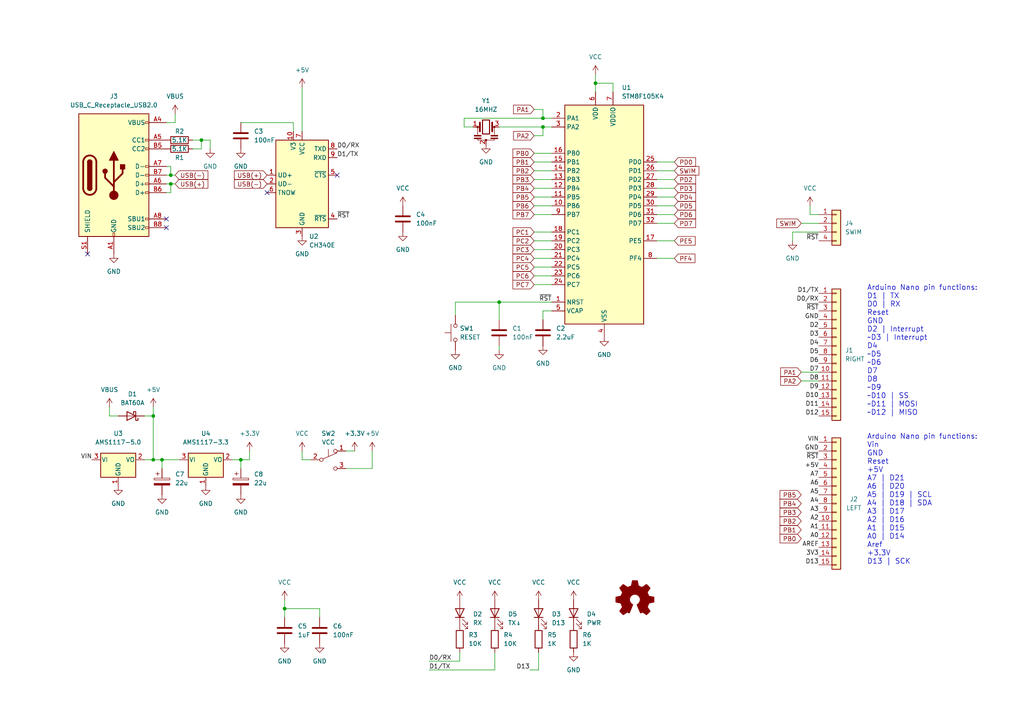
<source format=kicad_sch>
(kicad_sch (version 20211123) (generator eeschema)
  (paper "A4")
  (lib_symbols
    (symbol "Connector:USB_C_Receptacle_USB2.0" (pin_names (offset 1.016))
      (property "Reference" "J" (at -10.16 19.05 0))
      (property "Value" "USB_C_Receptacle_USB2.0" (at 19.05 19.05 0))
      (symbol "USB_C_Receptacle_USB2.0_0_0"
        (rectangle (start -0.254 -17.78) (end 0.254 -16.764))
        (rectangle (start 10.16 -14.986) (end 9.144 -15.494))
        (rectangle (start 10.16 -12.446) (end 9.144 -12.954))
        (rectangle (start 10.16 -4.826) (end 9.144 -5.334))
        (rectangle (start 10.16 -2.286) (end 9.144 -2.794))
        (rectangle (start 10.16 0.254) (end 9.144 -0.254))
        (rectangle (start 10.16 2.794) (end 9.144 2.286))
        (rectangle (start 10.16 7.874) (end 9.144 7.366))
        (rectangle (start 10.16 10.414) (end 9.144 9.906))
        (rectangle (start 10.16 15.494) (end 9.144 14.986))
      )
      (symbol "USB_C_Receptacle_USB2.0_0_1"
        (rectangle (start -10.16 17.78) (end 10.16 -17.78) (stroke (width 0.254)) (fill (type background)))
        (arc (start -8.89 -3.81) (mid -6.985 -5.715) (end -5.08 -3.81) (stroke (width 0.508)))
        (arc (start -7.62 -3.81) (mid -6.985 -4.445) (end -6.35 -3.81) (stroke (width 0.254)))
        (arc (start -7.62 -3.81) (mid -6.985 -4.445) (end -6.35 -3.81) (stroke (width 0.254)) (fill (type outline)))
        (rectangle (start -7.62 -3.81) (end -6.35 3.81) (stroke (width 0.254)) (fill (type outline)))
        (arc (start -6.35 3.81) (mid -6.985 4.445) (end -7.62 3.81) (stroke (width 0.254)))
        (arc (start -6.35 3.81) (mid -6.985 4.445) (end -7.62 3.81) (stroke (width 0.254)) (fill (type outline)))
        (arc (start -5.08 3.81) (mid -6.985 5.715) (end -8.89 3.81) (stroke (width 0.508)))
        (circle (center -2.54 1.143) (radius 0.635) (stroke (width 0.254)) (fill (type outline)))
        (circle (center 0 -5.842) (radius 1.27) (fill (type outline)))
        (polyline (pts (xy -8.89 -3.81) (xy -8.89 3.81)) (stroke (width 0.508)))
        (polyline (pts (xy -5.08 3.81) (xy -5.08 -3.81)) (stroke (width 0.508)))
        (polyline (pts (xy 0 -5.842) (xy 0 4.318)) (stroke (width 0.508)))
        (polyline (pts (xy 0 -3.302) (xy -2.54 -0.762) (xy -2.54 0.508)) (stroke (width 0.508)))
        (polyline (pts (xy 0 -2.032) (xy 2.54 0.508) (xy 2.54 1.778)) (stroke (width 0.508)))
        (polyline (pts (xy -1.27 4.318) (xy 0 6.858) (xy 1.27 4.318) (xy -1.27 4.318)) (stroke (width 0.254)) (fill (type outline)))
        (rectangle (start 1.905 1.778) (end 3.175 3.048) (stroke (width 0.254)) (fill (type outline)))
      )
      (symbol "USB_C_Receptacle_USB2.0_1_1"
        (pin passive line (at 0 -22.86 90) (length 5.08) (name "GND") (number "A1"))
        (pin passive line (at 0 -22.86 90) (length 5.08) hide (name "GND") (number "A12"))
        (pin passive line (at 15.24 15.24 180) (length 5.08) (name "VBUS") (number "A4"))
        (pin bidirectional line (at 15.24 10.16 180) (length 5.08) (name "CC1") (number "A5"))
        (pin bidirectional line (at 15.24 -2.54 180) (length 5.08) (name "D+") (number "A6"))
        (pin bidirectional line (at 15.24 2.54 180) (length 5.08) (name "D-") (number "A7"))
        (pin bidirectional line (at 15.24 -12.7 180) (length 5.08) (name "SBU1") (number "A8"))
        (pin passive line (at 15.24 15.24 180) (length 5.08) hide (name "VBUS") (number "A9"))
        (pin passive line (at 0 -22.86 90) (length 5.08) hide (name "GND") (number "B1"))
        (pin passive line (at 0 -22.86 90) (length 5.08) hide (name "GND") (number "B12"))
        (pin passive line (at 15.24 15.24 180) (length 5.08) hide (name "VBUS") (number "B4"))
        (pin bidirectional line (at 15.24 7.62 180) (length 5.08) (name "CC2") (number "B5"))
        (pin bidirectional line (at 15.24 -5.08 180) (length 5.08) (name "D+") (number "B6"))
        (pin bidirectional line (at 15.24 0 180) (length 5.08) (name "D-") (number "B7"))
        (pin bidirectional line (at 15.24 -15.24 180) (length 5.08) (name "SBU2") (number "B8"))
        (pin passive line (at 15.24 15.24 180) (length 5.08) hide (name "VBUS") (number "B9"))
        (pin passive line (at -7.62 -22.86 90) (length 5.08) (name "SHIELD") (number "S1"))
      )
    )
    (symbol "Connector_Generic:Conn_01x04" (pin_names (offset 1.016) hide)
      (property "Reference" "J" (at 0 5.08 0))
      (property "Value" "Conn_01x04" (at 0 -7.62 0))
      (symbol "Conn_01x04_1_1"
        (rectangle (start -1.27 -4.953) (end 0 -5.207) (stroke (width 0.1524)))
        (rectangle (start -1.27 -2.413) (end 0 -2.667) (stroke (width 0.1524)))
        (rectangle (start -1.27 0.127) (end 0 -0.127) (stroke (width 0.1524)))
        (rectangle (start -1.27 2.667) (end 0 2.413) (stroke (width 0.1524)))
        (rectangle (start -1.27 3.81) (end 1.27 -6.35) (stroke (width 0.254)) (fill (type background)))
        (pin passive line (at -5.08 2.54 0) (length 3.81) (name "Pin_1") (number "1"))
        (pin passive line (at -5.08 0 0) (length 3.81) (name "Pin_2") (number "2"))
        (pin passive line (at -5.08 -2.54 0) (length 3.81) (name "Pin_3") (number "3"))
        (pin passive line (at -5.08 -5.08 0) (length 3.81) (name "Pin_4") (number "4"))
      )
    )
    (symbol "Connector_Generic:Conn_01x15" (pin_names (offset 1.016) hide)
      (property "Reference" "J" (at 0 20.32 0))
      (property "Value" "Conn_01x15" (at 0 -20.32 0))
      (symbol "Conn_01x15_1_1"
        (rectangle (start -1.27 -17.653) (end 0 -17.907) (stroke (width 0.1524)))
        (rectangle (start -1.27 -15.113) (end 0 -15.367) (stroke (width 0.1524)))
        (rectangle (start -1.27 -12.573) (end 0 -12.827) (stroke (width 0.1524)))
        (rectangle (start -1.27 -10.033) (end 0 -10.287) (stroke (width 0.1524)))
        (rectangle (start -1.27 -7.493) (end 0 -7.747) (stroke (width 0.1524)))
        (rectangle (start -1.27 -4.953) (end 0 -5.207) (stroke (width 0.1524)))
        (rectangle (start -1.27 -2.413) (end 0 -2.667) (stroke (width 0.1524)))
        (rectangle (start -1.27 0.127) (end 0 -0.127) (stroke (width 0.1524)))
        (rectangle (start -1.27 2.667) (end 0 2.413) (stroke (width 0.1524)))
        (rectangle (start -1.27 5.207) (end 0 4.953) (stroke (width 0.1524)))
        (rectangle (start -1.27 7.747) (end 0 7.493) (stroke (width 0.1524)))
        (rectangle (start -1.27 10.287) (end 0 10.033) (stroke (width 0.1524)))
        (rectangle (start -1.27 12.827) (end 0 12.573) (stroke (width 0.1524)))
        (rectangle (start -1.27 15.367) (end 0 15.113) (stroke (width 0.1524)))
        (rectangle (start -1.27 17.907) (end 0 17.653) (stroke (width 0.1524)))
        (rectangle (start -1.27 19.05) (end 1.27 -19.05) (stroke (width 0.254)) (fill (type background)))
        (pin passive line (at -5.08 17.78 0) (length 3.81) (name "Pin_1") (number "1"))
        (pin passive line (at -5.08 -5.08 0) (length 3.81) (name "Pin_10") (number "10"))
        (pin passive line (at -5.08 -7.62 0) (length 3.81) (name "Pin_11") (number "11"))
        (pin passive line (at -5.08 -10.16 0) (length 3.81) (name "Pin_12") (number "12"))
        (pin passive line (at -5.08 -12.7 0) (length 3.81) (name "Pin_13") (number "13"))
        (pin passive line (at -5.08 -15.24 0) (length 3.81) (name "Pin_14") (number "14"))
        (pin passive line (at -5.08 -17.78 0) (length 3.81) (name "Pin_15") (number "15"))
        (pin passive line (at -5.08 15.24 0) (length 3.81) (name "Pin_2") (number "2"))
        (pin passive line (at -5.08 12.7 0) (length 3.81) (name "Pin_3") (number "3"))
        (pin passive line (at -5.08 10.16 0) (length 3.81) (name "Pin_4") (number "4"))
        (pin passive line (at -5.08 7.62 0) (length 3.81) (name "Pin_5") (number "5"))
        (pin passive line (at -5.08 5.08 0) (length 3.81) (name "Pin_6") (number "6"))
        (pin passive line (at -5.08 2.54 0) (length 3.81) (name "Pin_7") (number "7"))
        (pin passive line (at -5.08 0 0) (length 3.81) (name "Pin_8") (number "8"))
        (pin passive line (at -5.08 -2.54 0) (length 3.81) (name "Pin_9") (number "9"))
      )
    )
    (symbol "Device:C" (pin_numbers hide) (pin_names (offset 0.254))
      (property "Reference" "C" (at 0.635 2.54 0))
      (property "Value" "C" (at 0.635 -2.54 0))
      (symbol "C_0_1"
        (polyline (pts (xy -2.032 -0.762) (xy 2.032 -0.762)) (stroke (width 0.508)))
        (polyline (pts (xy -2.032 0.762) (xy 2.032 0.762)) (stroke (width 0.508)))
      )
      (symbol "C_1_1"
        (pin passive line (at 0 3.81 270) (length 2.794) (name "~") (number "1"))
        (pin passive line (at 0 -3.81 90) (length 2.794) (name "~") (number "2"))
      )
    )
    (symbol "Device:C_Polarized" (pin_numbers hide) (pin_names (offset 0.254))
      (property "Reference" "C" (at 0.635 2.54 0))
      (property "Value" "C_Polarized" (at 0.635 -2.54 0))
      (symbol "C_Polarized_0_1"
        (rectangle (start -2.286 0.508) (end 2.286 1.016))
        (polyline (pts (xy -1.778 2.286) (xy -0.762 2.286)))
        (polyline (pts (xy -1.27 2.794) (xy -1.27 1.778)))
        (rectangle (start 2.286 -0.508) (end -2.286 -1.016) (fill (type outline)))
      )
      (symbol "C_Polarized_1_1"
        (pin passive line (at 0 3.81 270) (length 2.794) (name "~") (number "1"))
        (pin passive line (at 0 -3.81 90) (length 2.794) (name "~") (number "2"))
      )
    )
    (symbol "Device:LED" (pin_numbers hide) (pin_names (offset 1.016) hide)
      (property "Reference" "D" (at 0 2.54 0))
      (property "Value" "LED" (at 0 -2.54 0))
      (symbol "LED_0_1"
        (polyline (pts (xy -1.27 -1.27) (xy -1.27 1.27)) (stroke (width 0.254)))
        (polyline (pts (xy -1.27 0) (xy 1.27 0)))
        (polyline (pts (xy 1.27 -1.27) (xy 1.27 1.27) (xy -1.27 0) (xy 1.27 -1.27)) (stroke (width 0.254)))
        (polyline (pts (xy -3.048 -0.762) (xy -4.572 -2.286) (xy -3.81 -2.286) (xy -4.572 -2.286) (xy -4.572 -1.524)))
        (polyline (pts (xy -1.778 -0.762) (xy -3.302 -2.286) (xy -2.54 -2.286) (xy -3.302 -2.286) (xy -3.302 -1.524)))
      )
      (symbol "LED_1_1"
        (pin passive line (at -3.81 0 0) (length 2.54) (name "K") (number "1"))
        (pin passive line (at 3.81 0 180) (length 2.54) (name "A") (number "2"))
      )
    )
    (symbol "Device:R" (pin_numbers hide) (pin_names (offset 0))
      (property "Reference" "R" (at 2.032 0 90))
      (property "Value" "R" (at 0 0 90))
      (symbol "R_0_1"
        (rectangle (start -1.016 -2.54) (end 1.016 2.54) (stroke (width 0.254)))
      )
      (symbol "R_1_1"
        (pin passive line (at 0 3.81 270) (length 1.27) (name "~") (number "1"))
        (pin passive line (at 0 -3.81 90) (length 1.27) (name "~") (number "2"))
      )
    )
    (symbol "Device:Resonator" (pin_names (offset 1.016) hide)
      (property "Reference" "Y" (at 0 5.715 0))
      (property "Value" "Resonator" (at 0 3.81 0))
      (symbol "Resonator_0_1"
        (rectangle (start -3.429 -3.175) (end -1.397 -3.429) (fill (type outline)))
        (rectangle (start -3.429 -2.413) (end -1.397 -2.667) (fill (type outline)))
        (circle (center -2.413 0) (radius 0.254) (fill (type outline)))
        (rectangle (start -1.016 2.032) (end 1.016 -2.032) (stroke (width 0.3048)))
        (circle (center 0 -3.81) (radius 0.254) (fill (type outline)))
        (polyline (pts (xy -2.413 -2.413) (xy -2.413 0)))
        (polyline (pts (xy -1.905 0) (xy -3.175 0)))
        (polyline (pts (xy -1.778 -1.27) (xy -1.778 1.27)) (stroke (width 0.508)))
        (polyline (pts (xy 1.778 -1.27) (xy 1.778 1.27)) (stroke (width 0.508)))
        (polyline (pts (xy 1.905 0) (xy 2.54 0)))
        (polyline (pts (xy 2.413 0) (xy 2.413 -2.54)))
        (polyline (pts (xy 2.413 -3.302) (xy 2.413 -3.81) (xy -2.413 -3.81) (xy -2.413 -3.302)))
        (rectangle (start 1.397 -3.175) (end 3.429 -3.429) (fill (type outline)))
        (rectangle (start 1.397 -2.413) (end 3.429 -2.667) (fill (type outline)))
        (circle (center 2.413 0) (radius 0.254) (fill (type outline)))
      )
      (symbol "Resonator_1_1"
        (pin passive line (at -3.81 0 0) (length 1.27) (name "1") (number "1"))
        (pin passive line (at 0 -5.08 90) (length 1.27) (name "2") (number "2"))
        (pin passive line (at 3.81 0 180) (length 1.27) (name "3") (number "3"))
      )
    )
    (symbol "Diode:BAT60A" (pin_numbers hide) (pin_names (offset 1.016) hide)
      (property "Reference" "D" (at 0 2.54 0))
      (property "Value" "BAT60A" (at 0 -2.54 0))
      (symbol "BAT60A_0_1"
        (polyline (pts (xy 1.27 0) (xy -1.27 0)))
        (polyline (pts (xy 1.27 1.27) (xy 1.27 -1.27) (xy -1.27 0) (xy 1.27 1.27)) (stroke (width 0.254)))
        (polyline (pts (xy -1.905 0.635) (xy -1.905 1.27) (xy -1.27 1.27) (xy -1.27 -1.27) (xy -0.635 -1.27) (xy -0.635 -0.635)) (stroke (width 0.254)))
      )
      (symbol "BAT60A_1_1"
        (pin passive line (at -3.81 0 0) (length 2.54) (name "K") (number "1"))
        (pin passive line (at 3.81 0 180) (length 2.54) (name "A") (number "2"))
      )
    )
    (symbol "Graphic:Logo_Open_Hardware_Small" (pin_names (offset 1.016))
      (symbol "Logo_Open_Hardware_Small_0_1"
        (polyline (pts (xy 3.3528 -4.3434) (xy 3.302 -4.318) (xy 3.175 -4.2418) (xy 2.9972 -4.1148) (xy 2.7686 -3.9624) (xy 2.54 -3.81) (xy 2.3622 -3.7084) (xy 2.2352 -3.6068) (xy 2.1844 -3.5814) (xy 2.159 -3.6068) (xy 2.0574 -3.6576) (xy 1.905 -3.7338) (xy 1.8034 -3.7846) (xy 1.6764 -3.8354) (xy 1.6002 -3.8354) (xy 1.6002 -3.8354) (xy 1.5494 -3.7338) (xy 1.4732 -3.5306) (xy 1.3462 -3.302) (xy 1.2446 -3.0226) (xy 1.1176 -2.7178) (xy 0.9652 -2.413) (xy 0.8636 -2.1082) (xy 0.7366 -1.8288) (xy 0.6604 -1.6256) (xy 0.6096 -1.4732) (xy 0.5842 -1.397) (xy 0.5842 -1.397) (xy 0.6604 -1.3208) (xy 0.7874 -1.2446) (xy 1.0414 -1.016) (xy 1.2954 -0.6858) (xy 1.4478 -0.3302) (xy 1.524 0.0762) (xy 1.4732 0.4572) (xy 1.3208 0.8128) (xy 1.0668 1.143) (xy 0.762 1.3716) (xy 0.4064 1.524) (xy 0 1.5748) (xy -0.381 1.5494) (xy -0.7366 1.397) (xy -1.0668 1.143) (xy -1.2192 0.9906) (xy -1.397 0.6604) (xy -1.524 0.3048) (xy -1.524 0.2286) (xy -1.4986 -0.1778) (xy -1.397 -0.5334) (xy -1.1938 -0.8636) (xy -0.9144 -1.143) (xy -0.8636 -1.1684) (xy -0.7366 -1.27) (xy -0.635 -1.3462) (xy -0.5842 -1.397) (xy -1.0668 -2.5908) (xy -1.143 -2.794) (xy -1.2954 -3.1242) (xy -1.397 -3.4036) (xy -1.4986 -3.6322) (xy -1.5748 -3.7846) (xy -1.6002 -3.8354) (xy -1.6002 -3.8354) (xy -1.651 -3.8354) (xy -1.7272 -3.81) (xy -1.905 -3.7338) (xy -2.0066 -3.683) (xy -2.1336 -3.6068) (xy -2.2098 -3.5814) (xy -2.2606 -3.6068) (xy -2.3622 -3.683) (xy -2.54 -3.81) (xy -2.7686 -3.9624) (xy -2.9718 -4.0894) (xy -3.1496 -4.2164) (xy -3.302 -4.318) (xy -3.3528 -4.3434) (xy -3.3782 -4.3434) (xy -3.429 -4.318) (xy -3.5306 -4.2164) (xy -3.7084 -4.064) (xy -3.937 -3.8354) (xy -3.9624 -3.81) (xy -4.1656 -3.6068) (xy -4.318 -3.4544) (xy -4.4196 -3.3274) (xy -4.445 -3.2766) (xy -4.445 -3.2766) (xy -4.4196 -3.2258) (xy -4.318 -3.0734) (xy -4.2164 -2.8956) (xy -4.064 -2.667) (xy -3.6576 -2.0828) (xy -3.8862 -1.5494) (xy -3.937 -1.3716) (xy -4.0386 -1.1684) (xy -4.0894 -1.0414) (xy -4.1148 -0.9652) (xy -4.191 -0.9398) (xy -4.318 -0.9144) (xy -4.5466 -0.8636) (xy -4.8006 -0.8128) (xy -5.0546 -0.7874) (xy -5.2578 -0.7366) (xy -5.4356 -0.7112) (xy -5.5118 -0.6858) (xy -5.5118 -0.6858) (xy -5.5372 -0.635) (xy -5.5372 -0.5588) (xy -5.5372 -0.4318) (xy -5.5626 -0.2286) (xy -5.5626 0.0762) (xy -5.5626 0.127) (xy -5.5372 0.4064) (xy -5.5372 0.635) (xy -5.5372 0.762) (xy -5.5372 0.8382) (xy -5.5372 0.8382) (xy -5.461 0.8382) (xy -5.3086 0.889) (xy -5.08 0.9144) (xy -4.826 0.9652) (xy -4.8006 0.9906) (xy -4.5466 1.0414) (xy -4.318 1.0668) (xy -4.1656 1.1176) (xy -4.0894 1.143) (xy -4.0894 1.143) (xy -4.0386 1.2446) (xy -3.9624 1.4224) (xy -3.8608 1.6256) (xy -3.7846 1.8288) (xy -3.7084 2.0066) (xy -3.6576 2.159) (xy -3.6322 2.2098) (xy -3.6322 2.2098) (xy -3.683 2.286) (xy -3.7592 2.413) (xy -3.8862 2.5908) (xy -4.064 2.8194) (xy -4.064 2.8448) (xy -4.2164 3.0734) (xy -4.3434 3.2512) (xy -4.4196 3.3782) (xy -4.445 3.4544) (xy -4.445 3.4544) (xy -4.3942 3.5052) (xy -4.2926 3.6322) (xy -4.1148 3.81) (xy -3.937 4.0132) (xy -3.8608 4.064) (xy -3.6576 4.2926) (xy -3.5052 4.4196) (xy -3.4036 4.4958) (xy -3.3528 4.5212) (xy -3.3528 4.5212) (xy -3.302 4.4704) (xy -3.1496 4.3688) (xy -2.9718 4.2418) (xy -2.7432 4.0894) (xy -2.7178 4.0894) (xy -2.4892 3.937) (xy -2.3114 3.81) (xy -2.1844 3.7084) (xy -2.1336 3.683) (xy -2.1082 3.683) (xy -2.032 3.7084) (xy -1.8542 3.7592) (xy -1.6764 3.8354) (xy -1.4732 3.937) (xy -1.27 4.0132) (xy -1.143 4.064) (xy -1.0668 4.1148) (xy -1.0668 4.1148) (xy -1.0414 4.191) (xy -1.016 4.3434) (xy -0.9652 4.572) (xy -0.9144 4.8514) (xy -0.889 4.9022) (xy -0.8382 5.1562) (xy -0.8128 5.3848) (xy -0.7874 5.5372) (xy -0.762 5.588) (xy -0.7112 5.6134) (xy -0.5842 5.6134) (xy -0.4064 5.6134) (xy -0.1524 5.6134) (xy 0.0762 5.6134) (xy 0.3302 5.6134) (xy 0.5334 5.6134) (xy 0.6858 5.588) (xy 0.7366 5.588) (xy 0.7366 5.588) (xy 0.762 5.5118) (xy 0.8128 5.334) (xy 0.8382 5.1054) (xy 0.9144 4.826) (xy 0.9144 4.7752) (xy 0.9652 4.5212) (xy 1.016 4.2926) (xy 1.0414 4.1402) (xy 1.0668 4.0894) (xy 1.0668 4.0894) (xy 1.1938 4.0386) (xy 1.3716 3.9624) (xy 1.5748 3.8608) (xy 2.0828 3.6576) (xy 2.7178 4.0894) (xy 2.7686 4.1402) (xy 2.9972 4.2926) (xy 3.175 4.4196) (xy 3.302 4.4958) (xy 3.3782 4.5212) (xy 3.3782 4.5212) (xy 3.429 4.4704) (xy 3.556 4.3434) (xy 3.7338 4.191) (xy 3.9116 3.9878) (xy 4.064 3.8354) (xy 4.2418 3.6576) (xy 4.3434 3.556) (xy 4.4196 3.4798) (xy 4.4196 3.429) (xy 4.4196 3.4036) (xy 4.3942 3.3274) (xy 4.2926 3.2004) (xy 4.1656 2.9972) (xy 4.0132 2.794) (xy 3.8862 2.5908) (xy 3.7592 2.3876) (xy 3.6576 2.2352) (xy 3.6322 2.159) (xy 3.6322 2.1336) (xy 3.683 2.0066) (xy 3.7592 1.8288) (xy 3.8608 1.6002) (xy 4.064 1.1176) (xy 4.3942 1.0414) (xy 4.5974 1.016) (xy 4.8768 0.9652) (xy 5.1308 0.9144) (xy 5.5372 0.8382) (xy 5.5626 -0.6604) (xy 5.4864 -0.6858) (xy 5.4356 -0.6858) (xy 5.2832 -0.7366) (xy 5.0546 -0.762) (xy 4.8006 -0.8128) (xy 4.5974 -0.8636) (xy 4.3688 -0.9144) (xy 4.2164 -0.9398) (xy 4.1402 -0.9398) (xy 4.1148 -0.9652) (xy 4.064 -1.0668) (xy 3.9878 -1.2446) (xy 3.9116 -1.4478) (xy 3.81 -1.651) (xy 3.7338 -1.8542) (xy 3.683 -2.0066) (xy 3.6576 -2.0828) (xy 3.683 -2.1336) (xy 3.7846 -2.2606) (xy 3.8862 -2.4638) (xy 4.0386 -2.667) (xy 4.191 -2.8956) (xy 4.318 -3.0734) (xy 4.3942 -3.2004) (xy 4.445 -3.2766) (xy 4.4196 -3.3274) (xy 4.3434 -3.429) (xy 4.1656 -3.5814) (xy 3.937 -3.8354) (xy 3.8862 -3.8608) (xy 3.683 -4.064) (xy 3.5306 -4.2164) (xy 3.4036 -4.318) (xy 3.3528 -4.3434)) (fill (type outline)))
      )
    )
    (symbol "Interface_USB:CH340E"
      (property "Reference" "U" (at -5.08 13.97 0))
      (property "Value" "CH340E" (at 1.27 13.97 0))
      (symbol "CH340E_0_1"
        (rectangle (start -7.62 12.7) (end 7.62 -12.7) (stroke (width 0.254)) (fill (type background)))
      )
      (symbol "CH340E_1_1"
        (pin bidirectional line (at -10.16 2.54 0) (length 2.54) (name "UD+") (number "1"))
        (pin passive line (at -2.54 15.24 270) (length 2.54) (name "V3") (number "10"))
        (pin bidirectional line (at -10.16 0 0) (length 2.54) (name "UD-") (number "2"))
        (pin power_in line (at 0 -15.24 90) (length 2.54) (name "GND") (number "3"))
        (pin output line (at 10.16 -10.16 180) (length 2.54) (name "~{RTS}") (number "4"))
        (pin input line (at 10.16 2.54 180) (length 2.54) (name "~{CTS}") (number "5"))
        (pin output line (at -10.16 -2.54 0) (length 2.54) (name "TNOW") (number "6"))
        (pin power_in line (at 0 15.24 270) (length 2.54) (name "VCC") (number "7"))
        (pin output line (at 10.16 10.16 180) (length 2.54) (name "TXD") (number "8"))
        (pin input line (at 10.16 7.62 180) (length 2.54) (name "RXD") (number "9"))
      )
    )
    (symbol "MCU_ST_STM8:STM8S003K3T"
      (property "Reference" "U1" (at 5.08 36.83 0))
      (property "Value" "STM8F105K4" (at 5.08 34.29 0))
      (symbol "STM8S003K3T_0_1"
        (rectangle (start -11.43 31.75) (end 11.43 -31.75) (stroke (width 0.254)) (fill (type background)))
      )
      (symbol "STM8S003K3T_1_1"
        (pin input line (at -15.24 -25.4 0) (length 3.81) (name "NRST") (number "1"))
        (pin bidirectional line (at -15.24 2.54 0) (length 3.81) (name "PB6") (number "10"))
        (pin bidirectional line (at -15.24 5.08 0) (length 3.81) (name "PB5") (number "11"))
        (pin bidirectional line (at -15.24 7.62 0) (length 3.81) (name "PB4") (number "12"))
        (pin bidirectional line (at -15.24 10.16 0) (length 3.81) (name "PB3") (number "13"))
        (pin bidirectional line (at -15.24 12.7 0) (length 3.81) (name "PB2") (number "14"))
        (pin bidirectional line (at -15.24 15.24 0) (length 3.81) (name "PB1") (number "15"))
        (pin bidirectional line (at -15.24 17.78 0) (length 3.81) (name "PB0") (number "16"))
        (pin bidirectional line (at 15.24 -7.62 180) (length 3.81) (name "PE5") (number "17"))
        (pin bidirectional line (at -15.24 -5.08 0) (length 3.81) (name "PC1") (number "18"))
        (pin bidirectional line (at -15.24 -7.62 0) (length 3.81) (name "PC2") (number "19"))
        (pin bidirectional line (at -15.24 27.94 0) (length 3.81) (name "PA1") (number "2"))
        (pin bidirectional line (at -15.24 -10.16 0) (length 3.81) (name "PC3") (number "20"))
        (pin bidirectional line (at -15.24 -12.7 0) (length 3.81) (name "PC4") (number "21"))
        (pin bidirectional line (at -15.24 -15.24 0) (length 3.81) (name "PC5") (number "22"))
        (pin bidirectional line (at -15.24 -17.78 0) (length 3.81) (name "PC6") (number "23"))
        (pin bidirectional line (at -15.24 -20.32 0) (length 3.81) (name "PC7") (number "24"))
        (pin bidirectional line (at 15.24 15.24 180) (length 3.81) (name "PD0") (number "25"))
        (pin bidirectional line (at 15.24 12.7 180) (length 3.81) (name "PD1") (number "26"))
        (pin bidirectional line (at 15.24 10.16 180) (length 3.81) (name "PD2") (number "27"))
        (pin bidirectional line (at 15.24 7.62 180) (length 3.81) (name "PD3") (number "28"))
        (pin bidirectional line (at 15.24 5.08 180) (length 3.81) (name "PD4") (number "29"))
        (pin bidirectional line (at -15.24 25.4 0) (length 3.81) (name "PA2") (number "3"))
        (pin bidirectional line (at 15.24 2.54 180) (length 3.81) (name "PD5") (number "30"))
        (pin bidirectional line (at 15.24 0 180) (length 3.81) (name "PD6") (number "31"))
        (pin bidirectional line (at 15.24 -2.54 180) (length 3.81) (name "PD7") (number "32"))
        (pin power_in line (at 0 -35.56 90) (length 3.81) (name "VSS") (number "4"))
        (pin input line (at -15.24 -27.94 0) (length 3.81) (name "VCAP") (number "5"))
        (pin power_in line (at -2.54 35.56 270) (length 3.81) (name "VDD") (number "6"))
        (pin power_in line (at 2.54 35.56 270) (length 3.81) (name "VDDIO") (number "7"))
        (pin bidirectional line (at 15.24 -12.7 180) (length 3.81) (name "PF4") (number "8"))
        (pin bidirectional line (at -15.24 0 0) (length 3.81) (name "PB7") (number "9"))
      )
    )
    (symbol "Regulator_Linear:AMS1117-3.3" (pin_names (offset 0.254))
      (property "Reference" "U" (at -3.81 3.175 0))
      (property "Value" "AMS1117-3.3" (at 0 3.175 0))
      (symbol "AMS1117-3.3_0_1"
        (rectangle (start -5.08 -5.08) (end 5.08 1.905) (stroke (width 0.254)) (fill (type background)))
      )
      (symbol "AMS1117-3.3_1_1"
        (pin power_in line (at 0 -7.62 90) (length 2.54) (name "GND") (number "1"))
        (pin power_out line (at 7.62 0 180) (length 2.54) (name "VO") (number "2"))
        (pin power_in line (at -7.62 0 0) (length 2.54) (name "VI") (number "3"))
      )
    )
    (symbol "Regulator_Linear:AMS1117-5.0" (pin_names (offset 0.254))
      (property "Reference" "U" (at -3.81 3.175 0))
      (property "Value" "AMS1117-5.0" (at 0 3.175 0))
      (symbol "AMS1117-5.0_0_1"
        (rectangle (start -5.08 -5.08) (end 5.08 1.905) (stroke (width 0.254)) (fill (type background)))
      )
      (symbol "AMS1117-5.0_1_1"
        (pin power_in line (at 0 -7.62 90) (length 2.54) (name "GND") (number "1"))
        (pin power_out line (at 7.62 0 180) (length 2.54) (name "VO") (number "2"))
        (pin power_in line (at -7.62 0 0) (length 2.54) (name "VI") (number "3"))
      )
    )
    (symbol "Switch:SW_Push" (pin_numbers hide) (pin_names (offset 1.016) hide)
      (property "Reference" "SW" (at 1.27 2.54 0))
      (property "Value" "SW_Push" (at 0 -1.524 0))
      (symbol "SW_Push_0_1"
        (circle (center -2.032 0) (radius 0.508))
        (polyline (pts (xy 0 1.27) (xy 0 3.048)))
        (polyline (pts (xy 2.54 1.27) (xy -2.54 1.27)))
        (circle (center 2.032 0) (radius 0.508))
        (pin passive line (at -5.08 0 0) (length 2.54) (name "1") (number "1"))
        (pin passive line (at 5.08 0 180) (length 2.54) (name "2") (number "2"))
      )
    )
    (symbol "Switch:SW_Push_SPDT" (pin_names (offset 0) hide)
      (property "Reference" "SW" (at 0 4.318 0))
      (property "Value" "SW_Push_SPDT" (at 0 -5.08 0))
      (symbol "SW_Push_SPDT_0_0"
        (circle (center -2.032 0) (radius 0.508))
        (polyline (pts (xy 0 1.016) (xy 0 3.048)))
        (circle (center 2.032 -2.54) (radius 0.508))
      )
      (symbol "SW_Push_SPDT_0_1"
        (polyline (pts (xy -1.524 0.254) (xy 2.54 2.032)))
        (circle (center 2.032 2.54) (radius 0.508))
      )
      (symbol "SW_Push_SPDT_1_1"
        (pin passive line (at 5.08 2.54 180) (length 2.54) (name "A") (number "1"))
        (pin passive line (at -5.08 0 0) (length 2.54) (name "B") (number "2"))
        (pin passive line (at 5.08 -2.54 180) (length 2.54) (name "C") (number "3"))
      )
    )
    (symbol "power:+3.3V" (power) (pin_names (offset 0))
      (property "Value" "+3.3V" (at 0 3.556 0))
      (symbol "+3.3V_0_1"
        (polyline (pts (xy -0.762 1.27) (xy 0 2.54)))
        (polyline (pts (xy 0 0) (xy 0 2.54)))
        (polyline (pts (xy 0 2.54) (xy 0.762 1.27)))
      )
      (symbol "+3.3V_1_1"
        (pin power_in line (at 0 0 90) (length 0) hide (name "+3.3V") (number "1"))
      )
    )
    (symbol "power:+5V" (power) (pin_names (offset 0))
      (property "Value" "+5V" (at 0 3.556 0))
      (symbol "+5V_0_1"
        (polyline (pts (xy -0.762 1.27) (xy 0 2.54)))
        (polyline (pts (xy 0 0) (xy 0 2.54)))
        (polyline (pts (xy 0 2.54) (xy 0.762 1.27)))
      )
      (symbol "+5V_1_1"
        (pin power_in line (at 0 0 90) (length 0) hide (name "+5V") (number "1"))
      )
    )
    (symbol "power:GND" (power) (pin_names (offset 0))
      (property "Value" "GND" (at 0 -3.81 0))
      (symbol "GND_0_1"
        (polyline (pts (xy 0 0) (xy 0 -1.27) (xy 1.27 -1.27) (xy 0 -2.54) (xy -1.27 -1.27) (xy 0 -1.27)))
      )
      (symbol "GND_1_1"
        (pin power_in line (at 0 0 270) (length 0) hide (name "GND") (number "1"))
      )
    )
    (symbol "power:VBUS" (power) (pin_names (offset 0))
      (property "Value" "VBUS" (at 0 3.81 0))
      (symbol "VBUS_0_1"
        (polyline (pts (xy -0.762 1.27) (xy 0 2.54)))
        (polyline (pts (xy 0 0) (xy 0 2.54)))
        (polyline (pts (xy 0 2.54) (xy 0.762 1.27)))
      )
      (symbol "VBUS_1_1"
        (pin power_in line (at 0 0 90) (length 0) hide (name "VBUS") (number "1"))
      )
    )
    (symbol "power:VCC" (power) (pin_names (offset 0))
      (property "Value" "VCC" (at 0 3.81 0))
      (symbol "VCC_0_1"
        (polyline (pts (xy -0.762 1.27) (xy 0 2.54)))
        (polyline (pts (xy 0 0) (xy 0 2.54)))
        (polyline (pts (xy 0 2.54) (xy 0.762 1.27)))
      )
      (symbol "VCC_1_1"
        (pin power_in line (at 0 0 90) (length 0) hide (name "VCC") (number "1"))
      )
    )
  )
  (junction (at 46.99 133.35))
  (junction (at 69.85 133.35))
  (junction (at 44.45 120.65))
  (junction (at 157.48 36.83))
  (junction (at 44.45 133.35))
  (junction (at 172.72 24.13))
  (junction (at 144.78 87.63))
  (junction (at 49.53 53.34))
  (junction (at 49.53 50.8))
  (junction (at 58.42 40.64))
  (junction (at 82.55 176.53))
  (junction (at 157.48 34.29))
  (no_connect (at 77.47 55.88))
  (no_connect (at 48.26 63.5))
  (no_connect (at 48.26 66.04))
  (no_connect (at 25.4 73.66))
  (no_connect (at 97.79 50.8))
  (wire (pts (xy 190.5 62.23) (xy 195.58 62.23)))
  (wire (pts (xy 72.39 133.35) (xy 72.39 130.81)))
  (wire (pts (xy 87.63 25.4) (xy 87.63 38.1)))
  (wire (pts (xy 134.62 34.29) (xy 157.48 34.29)))
  (wire (pts (xy 190.5 52.07) (xy 195.58 52.07)))
  (wire (pts (xy 154.94 39.37) (xy 157.48 39.37)))
  (wire (pts (xy 48.26 53.34) (xy 49.53 53.34)))
  (wire (pts (xy 41.91 133.35) (xy 44.45 133.35)))
  (wire (pts (xy 190.5 57.15) (xy 195.58 57.15)))
  (wire (pts (xy 154.94 31.75) (xy 157.48 31.75)))
  (wire (pts (xy 44.45 118.11) (xy 44.45 120.65)))
  (wire (pts (xy 92.71 179.07) (xy 92.71 176.53)))
  (wire (pts (xy 87.63 133.35) (xy 87.63 130.81)))
  (wire (pts (xy 124.46 191.77) (xy 133.35 191.77)))
  (wire (pts (xy 154.94 69.85) (xy 160.02 69.85)))
  (wire (pts (xy 229.87 67.31) (xy 229.87 69.85)))
  (wire (pts (xy 55.88 40.64) (xy 58.42 40.64)))
  (wire (pts (xy 160.02 87.63) (xy 144.78 87.63)))
  (wire (pts (xy 154.94 59.69) (xy 160.02 59.69)))
  (wire (pts (xy 82.55 173.99) (xy 82.55 176.53)))
  (wire (pts (xy 154.94 77.47) (xy 160.02 77.47)))
  (wire (pts (xy 49.53 53.34) (xy 49.53 55.88)))
  (wire (pts (xy 69.85 133.35) (xy 69.85 135.89)))
  (wire (pts (xy 237.49 62.23) (xy 234.95 62.23)))
  (wire (pts (xy 134.62 34.29) (xy 134.62 36.83)))
  (wire (pts (xy 190.5 64.77) (xy 195.58 64.77)))
  (wire (pts (xy 154.94 49.53) (xy 160.02 49.53)))
  (wire (pts (xy 172.72 24.13) (xy 172.72 26.67)))
  (wire (pts (xy 172.72 21.59) (xy 172.72 24.13)))
  (wire (pts (xy 157.48 31.75) (xy 157.48 34.29)))
  (wire (pts (xy 82.55 176.53) (xy 82.55 179.07)))
  (wire (pts (xy 154.94 57.15) (xy 160.02 57.15)))
  (wire (pts (xy 46.99 133.35) (xy 52.07 133.35)))
  (wire (pts (xy 234.95 62.23) (xy 234.95 59.69)))
  (wire (pts (xy 44.45 133.35) (xy 46.99 133.35)))
  (wire (pts (xy 154.94 80.01) (xy 160.02 80.01)))
  (wire (pts (xy 48.26 48.26) (xy 49.53 48.26)))
  (wire (pts (xy 177.8 24.13) (xy 172.72 24.13)))
  (wire (pts (xy 190.5 59.69) (xy 195.58 59.69)))
  (wire (pts (xy 49.53 50.8) (xy 50.8 50.8)))
  (wire (pts (xy 154.94 46.99) (xy 160.02 46.99)))
  (wire (pts (xy 90.17 133.35) (xy 87.63 133.35)))
  (wire (pts (xy 232.41 64.77) (xy 237.49 64.77)))
  (wire (pts (xy 157.48 90.17) (xy 157.48 92.71)))
  (wire (pts (xy 154.94 52.07) (xy 160.02 52.07)))
  (wire (pts (xy 190.5 46.99) (xy 195.58 46.99)))
  (wire (pts (xy 132.08 87.63) (xy 132.08 91.44)))
  (wire (pts (xy 44.45 120.65) (xy 44.45 133.35)))
  (wire (pts (xy 154.94 67.31) (xy 160.02 67.31)))
  (wire (pts (xy 154.94 44.45) (xy 160.02 44.45)))
  (wire (pts (xy 144.78 100.33) (xy 144.78 101.6)))
  (wire (pts (xy 82.55 176.53) (xy 92.71 176.53)))
  (wire (pts (xy 107.95 135.89) (xy 107.95 130.81)))
  (wire (pts (xy 100.33 130.81) (xy 102.87 130.81)))
  (wire (pts (xy 60.96 43.18) (xy 60.96 40.64)))
  (wire (pts (xy 48.26 50.8) (xy 49.53 50.8)))
  (wire (pts (xy 156.21 189.23) (xy 156.21 194.31)))
  (wire (pts (xy 144.78 36.83) (xy 157.48 36.83)))
  (wire (pts (xy 190.5 74.93) (xy 195.58 74.93)))
  (wire (pts (xy 50.8 35.56) (xy 50.8 33.02)))
  (wire (pts (xy 154.94 54.61) (xy 160.02 54.61)))
  (wire (pts (xy 190.5 69.85) (xy 195.58 69.85)))
  (wire (pts (xy 157.48 36.83) (xy 160.02 36.83)))
  (wire (pts (xy 100.33 135.89) (xy 107.95 135.89)))
  (wire (pts (xy 157.48 34.29) (xy 160.02 34.29)))
  (wire (pts (xy 31.75 120.65) (xy 34.29 120.65)))
  (wire (pts (xy 85.09 35.56) (xy 85.09 38.1)))
  (wire (pts (xy 133.35 189.23) (xy 133.35 191.77)))
  (wire (pts (xy 48.26 35.56) (xy 50.8 35.56)))
  (wire (pts (xy 55.88 43.18) (xy 58.42 43.18)))
  (wire (pts (xy 41.91 120.65) (xy 44.45 120.65)))
  (wire (pts (xy 124.46 194.31) (xy 143.51 194.31)))
  (wire (pts (xy 69.85 35.56) (xy 85.09 35.56)))
  (wire (pts (xy 154.94 82.55) (xy 160.02 82.55)))
  (wire (pts (xy 134.62 36.83) (xy 137.16 36.83)))
  (wire (pts (xy 229.87 67.31) (xy 237.49 67.31)))
  (wire (pts (xy 232.41 110.49) (xy 237.49 110.49)))
  (wire (pts (xy 48.26 55.88) (xy 49.53 55.88)))
  (wire (pts (xy 190.5 54.61) (xy 195.58 54.61)))
  (wire (pts (xy 58.42 40.64) (xy 58.42 43.18)))
  (wire (pts (xy 190.5 49.53) (xy 195.58 49.53)))
  (wire (pts (xy 143.51 189.23) (xy 143.51 194.31)))
  (wire (pts (xy 157.48 39.37) (xy 157.48 36.83)))
  (wire (pts (xy 232.41 107.95) (xy 237.49 107.95)))
  (wire (pts (xy 49.53 53.34) (xy 50.8 53.34)))
  (wire (pts (xy 177.8 26.67) (xy 177.8 24.13)))
  (wire (pts (xy 69.85 133.35) (xy 72.39 133.35)))
  (wire (pts (xy 153.67 194.31) (xy 156.21 194.31)))
  (wire (pts (xy 154.94 74.93) (xy 160.02 74.93)))
  (wire (pts (xy 67.31 133.35) (xy 69.85 133.35)))
  (wire (pts (xy 144.78 87.63) (xy 132.08 87.63)))
  (wire (pts (xy 154.94 62.23) (xy 160.02 62.23)))
  (wire (pts (xy 154.94 72.39) (xy 160.02 72.39)))
  (wire (pts (xy 49.53 48.26) (xy 49.53 50.8)))
  (wire (pts (xy 31.75 118.11) (xy 31.75 120.65)))
  (wire (pts (xy 157.48 90.17) (xy 160.02 90.17)))
  (wire (pts (xy 58.42 40.64) (xy 60.96 40.64)))
  (wire (pts (xy 46.99 133.35) (xy 46.99 135.89)))
  (wire (pts (xy 144.78 87.63) (xy 144.78 92.71)))
  (text "Arduino Nano pin functions:\nVin\nGND\nReset\n+5V\nA7 | D21\nA6 | D20\nA5 | D19 | SCL\nA4 | D18 | SDA\nA3 | D17\nA2 | D16\nA1 | D15\nA0 | D14\nAref\n+3.3V\nD13 | SCK" (at 251.46 163.83 0) (effects (font (size 1.5 1.5)) (justify left bottom)))
  (text "Arduino Nano pin functions:\nD1 | TX\nD0 | RX\nReset\nGND\nD2 | Interrupt\n~D3 | Interrupt\nD4\n~D5\n~D6\nD7\nD8\n~D9\n~D10 | SS\n~D11 | MOSI\n~D12 | MISO" (at 251.46 120.65 0) (effects (font (size 1.5 1.5)) (justify left bottom)))
  (label "D3" (at 237.49 97.79 180))
  (label "~{RST}" (at 237.49 90.17 180))
  (label "GND" (at 237.49 130.81 180))
  (label "D0{slash}RX" (at 97.79 43.18 0))
  (label "D2" (at 237.49 95.25 180))
  (label "A0" (at 237.49 156.21 180))
  (label "A6" (at 237.49 140.97 180))
  (label "~{RST}" (at 97.79 63.5 0))
  (label "A3" (at 237.49 148.59 180))
  (label "D8" (at 237.49 110.49 180))
  (label "A1" (at 237.49 153.67 180))
  (label "D5" (at 237.49 102.87 180))
  (label "+5V" (at 237.49 135.89 180))
  (label "GND" (at 237.49 92.71 180))
  (label "D11" (at 237.49 118.11 180))
  (label "VIN" (at 237.49 128.27 180))
  (label "D0{slash}RX" (at 237.49 87.63 180))
  (label "D9" (at 237.49 113.03 180))
  (label "D1{slash}TX" (at 237.49 85.09 180))
  (label "D10" (at 237.49 115.57 180))
  (label "~{RST}" (at 237.49 133.35 180))
  (label "D6" (at 237.49 105.41 180))
  (label "~{RST}" (at 160.02 87.63 180))
  (label "A4" (at 237.49 146.05 180))
  (label "3V3" (at 237.49 161.29 180))
  (label "D13" (at 153.67 194.31 180))
  (label "AREF" (at 237.49 158.75 180))
  (label "D0{slash}RX" (at 124.46 191.77 0))
  (label "A5" (at 237.49 143.51 180))
  (label "A2" (at 237.49 151.13 180))
  (label "~{RST}" (at 237.49 69.85 180))
  (label "D1{slash}TX" (at 97.79 45.72 0))
  (label "D1{slash}TX" (at 124.46 194.31 0))
  (label "VIN" (at 26.67 133.35 180))
  (label "D4" (at 237.49 100.33 180))
  (label "A7" (at 237.49 138.43 180))
  (label "D12" (at 237.49 120.65 180))
  (label "D13" (at 237.49 163.83 180))
  (label "D7" (at 237.49 107.95 180))
  (global_label "PD7" (shape input) (at 195.58 64.77 0) (property "Intersheet References" "${INTERSHEET_REFS}" (effects hide)))
  (global_label "PB5" (shape input) (at 232.41 143.51 180) (property "Intersheet References" "${INTERSHEET_REFS}" (effects hide)))
  (global_label "PB4" (shape input) (at 232.41 146.05 180) (property "Intersheet References" "${INTERSHEET_REFS}" (effects hide)))
  (global_label "PB3" (shape input) (at 232.41 148.59 180) (property "Intersheet References" "${INTERSHEET_REFS}" (effects hide)))
  (global_label "PB5" (shape input) (at 154.94 57.15 180) (property "Intersheet References" "${INTERSHEET_REFS}" (effects hide)))
  (global_label "PA1" (shape input) (at 232.41 107.95 180) (property "Intersheet References" "${INTERSHEET_REFS}" (effects hide)))
  (global_label "PB7" (shape input) (at 154.94 62.23 180) (property "Intersheet References" "${INTERSHEET_REFS}" (effects hide)))
  (global_label "PD5" (shape input) (at 195.58 59.69 0) (property "Intersheet References" "${INTERSHEET_REFS}" (effects hide)))
  (global_label "PC3" (shape input) (at 154.94 72.39 180) (property "Intersheet References" "${INTERSHEET_REFS}" (effects hide)))
  (global_label "PB2" (shape input) (at 154.94 49.53 180) (property "Intersheet References" "${INTERSHEET_REFS}" (effects hide)))
  (global_label "PC5" (shape input) (at 154.94 77.47 180) (property "Intersheet References" "${INTERSHEET_REFS}" (effects hide)))
  (global_label "PD6" (shape input) (at 195.58 62.23 0) (property "Intersheet References" "${INTERSHEET_REFS}" (effects hide)))
  (global_label "PA2" (shape input) (at 232.41 110.49 180) (property "Intersheet References" "${INTERSHEET_REFS}" (effects hide)))
  (global_label "USB(-)" (shape input) (at 50.8 50.8 0) (property "Intersheet References" "${INTERSHEET_REFS}" (effects hide)))
  (global_label "PB6" (shape input) (at 154.94 59.69 180) (property "Intersheet References" "${INTERSHEET_REFS}" (effects hide)))
  (global_label "PC4" (shape input) (at 154.94 74.93 180) (property "Intersheet References" "${INTERSHEET_REFS}" (effects hide)))
  (global_label "PE5" (shape input) (at 195.58 69.85 0) (property "Intersheet References" "${INTERSHEET_REFS}" (effects hide)))
  (global_label "PB2" (shape input) (at 232.41 151.13 180) (property "Intersheet References" "${INTERSHEET_REFS}" (effects hide)))
  (global_label "PB4" (shape input) (at 154.94 54.61 180) (property "Intersheet References" "${INTERSHEET_REFS}" (effects hide)))
  (global_label "USB(+)" (shape input) (at 77.47 50.8 180) (property "Intersheet References" "${INTERSHEET_REFS}" (effects hide)))
  (global_label "PC7" (shape input) (at 154.94 82.55 180) (property "Intersheet References" "${INTERSHEET_REFS}" (effects hide)))
  (global_label "USB(+)" (shape input) (at 50.8 53.34 0) (property "Intersheet References" "${INTERSHEET_REFS}" (effects hide)))
  (global_label "PB1" (shape input) (at 232.41 153.67 180) (property "Intersheet References" "${INTERSHEET_REFS}" (effects hide)))
  (global_label "PD2" (shape input) (at 195.58 52.07 0) (property "Intersheet References" "${INTERSHEET_REFS}" (effects hide)))
  (global_label "PA2" (shape input) (at 154.94 39.37 180) (property "Intersheet References" "${INTERSHEET_REFS}" (effects hide)))
  (global_label "SWIM" (shape input) (at 232.41 64.77 180) (property "Intersheet References" "${INTERSHEET_REFS}" (effects hide)))
  (global_label "PD0" (shape input) (at 195.58 46.99 0) (property "Intersheet References" "${INTERSHEET_REFS}" (effects hide)))
  (global_label "PB0" (shape input) (at 154.94 44.45 180) (property "Intersheet References" "${INTERSHEET_REFS}" (effects hide)))
  (global_label "PC2" (shape input) (at 154.94 69.85 180) (property "Intersheet References" "${INTERSHEET_REFS}" (effects hide)))
  (global_label "PD4" (shape input) (at 195.58 57.15 0) (property "Intersheet References" "${INTERSHEET_REFS}" (effects hide)))
  (global_label "SWIM" (shape input) (at 195.58 49.53 0) (property "Intersheet References" "${INTERSHEET_REFS}" (effects hide)))
  (global_label "PC6" (shape input) (at 154.94 80.01 180) (property "Intersheet References" "${INTERSHEET_REFS}" (effects hide)))
  (global_label "PB1" (shape input) (at 154.94 46.99 180) (property "Intersheet References" "${INTERSHEET_REFS}" (effects hide)))
  (global_label "PB0" (shape input) (at 232.41 156.21 180) (property "Intersheet References" "${INTERSHEET_REFS}" (effects hide)))
  (global_label "PB3" (shape input) (at 154.94 52.07 180) (property "Intersheet References" "${INTERSHEET_REFS}" (effects hide)))
  (global_label "PF4" (shape input) (at 195.58 74.93 0) (property "Intersheet References" "${INTERSHEET_REFS}" (effects hide)))
  (global_label "PC1" (shape input) (at 154.94 67.31 180) (property "Intersheet References" "${INTERSHEET_REFS}" (effects hide)))
  (global_label "PD3" (shape input) (at 195.58 54.61 0) (property "Intersheet References" "${INTERSHEET_REFS}" (effects hide)))
  (global_label "PA1" (shape input) (at 154.94 31.75 180) (property "Intersheet References" "${INTERSHEET_REFS}" (effects hide)))
  (global_label "USB(-)" (shape input) (at 77.47 53.34 180) (property "Intersheet References" "${INTERSHEET_REFS}" (effects hide)))
  (symbol (lib_id "Device:R") (at 143.51 185.42 0) (unit 1)
    (property "Reference" "R4" (at 146.05 184.1499 0) (effects (justify left)))
    (property "Value" "10K" (at 146.05 186.6899 0) (effects (justify left)))
    (property "Footprint" "Resistor_SMD:R_0402_1005Metric" (effects hide))
  )
  (symbol (lib_id "Device:C") (at 116.84 63.5 180) (unit 1)
    (property "Reference" "C4" (at 120.65 62.2299 0) (effects (justify right)))
    (property "Value" "100nF" (at 120.65 64.7699 0) (effects (justify right)))
    (property "Footprint" "Capacitor_SMD:C_0402_1005Metric" (effects hide))
  )
  (symbol (lib_id "power:GND") (at 82.55 186.69 0) (unit 1)
    (property "Reference" "#PWR0112" (effects hide))
    (property "Value" "GND" (at 82.55 191.77 0))
  )
  (symbol (lib_id "Device:R") (at 52.07 43.18 90) (unit 1)
    (property "Reference" "R1" (at 52.07 45.72 90))
    (property "Value" "5.1K" (at 52.07 43.18 90))
    (property "Footprint" "Resistor_SMD:R_0402_1005Metric" (effects hide))
  )
  (symbol (lib_id "Device:C") (at 69.85 39.37 180) (unit 1)
    (property "Reference" "C3" (at 73.66 38.0999 0) (effects (justify right)))
    (property "Value" "100nF" (at 73.66 40.6399 0) (effects (justify right)))
    (property "Footprint" "Capacitor_SMD:C_0402_1005Metric" (effects hide))
  )
  (symbol (lib_id "Device:LED") (at 143.51 177.8 90) (unit 1)
    (property "Reference" "D5" (at 147.32 178.1174 90) (effects (justify right)))
    (property "Value" "TX↓" (at 147.32 180.6574 90) (effects (justify right)))
    (property "Footprint" "LED_SMD:LED_0402_1005Metric" (effects hide))
  )
  (symbol (lib_id "power:+3.3V") (at 72.39 130.81 0) (unit 1)
    (property "Reference" "#PWR0110" (effects hide))
    (property "Value" "+3.3V" (at 72.39 125.73 0))
  )
  (symbol (lib_id "Device:R") (at 133.35 185.42 0) (unit 1)
    (property "Reference" "R3" (at 135.89 184.1499 0) (effects (justify left)))
    (property "Value" "10K" (at 135.89 186.6899 0) (effects (justify left)))
    (property "Footprint" "Resistor_SMD:R_0402_1005Metric" (effects hide))
  )
  (symbol (lib_id "Connector_Generic:Conn_01x04") (at 242.57 64.77 0) (unit 1)
    (property "Reference" "J4" (at 245.11 64.7699 0) (effects (justify left)))
    (property "Value" "SWIM" (at 245.11 67.3099 0) (effects (justify left)))
    (property "Footprint" "Connector_PinHeader_2.54mm:PinHeader_1x04_P2.54mm_Vertical" (effects hide))
  )
  (symbol (lib_id "MCU_ST_STM8:STM8S003K3T") (at 175.26 62.23 0) (unit 1)
    (property "Reference" "U1" (at 180.34 25.4 0) (effects (justify left)))
    (property "Value" "STM8F105K4" (at 180.34 27.94 0) (effects (justify left)))
    (property "Footprint" "Package_QFP:LQFP-32_7x7mm_P0.8mm" (effects hide))
    (property "Datasheet" "http://www.st.com/st-web-ui/static/active/en/resource/technical/document/datasheet/DM00024550.pdf" (effects hide))
  )
  (symbol (lib_id "Device:R") (at 166.37 185.42 0) (unit 1)
    (property "Reference" "R6" (at 168.91 184.1499 0) (effects (justify left)))
    (property "Value" "1K" (at 168.91 186.6899 0) (effects (justify left)))
    (property "Footprint" "Resistor_SMD:R_0402_1005Metric" (effects hide))
  )
  (symbol (lib_id "power:GND") (at 140.97 41.91 0) (unit 1)
    (property "Reference" "#PWR05" (effects hide))
    (property "Value" "GND" (at 140.97 46.99 0))
  )
  (symbol (lib_id "Graphic:Logo_Open_Hardware_Small") (at 184.15 173.99 0) (unit 1)
    (property "Reference" "#LOGO1" (effects hide))
    (property "Value" "Logo_Open_Hardware_Small" (effects hide))
  )
  (symbol (lib_id "power:GND") (at 157.48 100.33 0) (unit 1)
    (property "Reference" "#PWR03" (effects hide))
    (property "Value" "GND" (at 157.48 105.41 0))
  )
  (symbol (lib_id "Connector:USB_C_Receptacle_USB2.0") (at 33.02 50.8 0) (unit 1)
    (property "Reference" "J3" (at 33.02 27.94 0))
    (property "Value" "USB_C_Receptacle_USB2.0" (at 33.02 30.48 0))
    (property "Footprint" "Connector_USB:USB_C_Receptacle_Palconn_UTC16-G" (effects hide))
    (property "Datasheet" "https://www.usb.org/sites/default/files/documents/usb_type-c.zip" (effects hide))
  )
  (symbol (lib_id "power:GND") (at 144.78 101.6 0) (unit 1)
    (property "Reference" "#PWR0102" (effects hide))
    (property "Value" "GND" (at 144.78 106.68 0))
  )
  (symbol (lib_id "power:GND") (at 60.96 43.18 0) (unit 1)
    (property "Reference" "#PWR09" (effects hide))
    (property "Value" "GND" (at 60.96 48.26 0))
  )
  (symbol (lib_id "Device:LED") (at 156.21 177.8 90) (unit 1)
    (property "Reference" "D3" (at 160.02 178.1174 90) (effects (justify right)))
    (property "Value" "D13" (at 160.02 180.6574 90) (effects (justify right)))
    (property "Footprint" "LED_SMD:LED_0402_1005Metric" (effects hide))
  )
  (symbol (lib_id "power:GND") (at 87.63 68.58 0) (unit 1)
    (property "Reference" "#PWR014" (effects hide))
    (property "Value" "GND" (at 87.63 73.66 0))
  )
  (symbol (lib_id "Device:C_Polarized") (at 69.85 139.7 0) (unit 1)
    (property "Reference" "C8" (at 73.66 137.5409 0) (effects (justify left)))
    (property "Value" "22u" (at 73.66 140.0809 0) (effects (justify left)))
  )
  (symbol (lib_id "Device:C") (at 157.48 96.52 0) (unit 1)
    (property "Reference" "C2" (at 161.29 95.2499 0) (effects (justify left)))
    (property "Value" "2.2uF" (at 161.29 97.7899 0) (effects (justify left)))
    (property "Footprint" "Capacitor_SMD:C_0805_2012Metric" (effects hide))
  )
  (symbol (lib_id "Device:C_Polarized") (at 46.99 139.7 0) (unit 1)
    (property "Reference" "C7" (at 50.8 137.5409 0) (effects (justify left)))
    (property "Value" "22u" (at 50.8 140.0809 0) (effects (justify left)))
  )
  (symbol (lib_id "power:VCC") (at 87.63 130.81 0) (unit 1)
    (property "Reference" "#PWR01" (effects hide))
    (property "Value" "VCC" (at 87.63 125.73 0))
  )
  (symbol (lib_id "power:GND") (at 46.99 143.51 0) (unit 1)
    (property "Reference" "#PWR016" (effects hide))
    (property "Value" "GND" (at 46.99 148.59 0))
  )
  (symbol (lib_id "Device:R") (at 156.21 185.42 0) (unit 1)
    (property "Reference" "R5" (at 158.75 184.1499 0) (effects (justify left)))
    (property "Value" "1K" (at 158.75 186.6899 0) (effects (justify left)))
    (property "Footprint" "Resistor_SMD:R_0402_1005Metric" (effects hide))
  )
  (symbol (lib_id "power:GND") (at 33.02 73.66 0) (unit 1)
    (property "Reference" "#PWR04" (effects hide))
    (property "Value" "GND" (at 33.02 78.74 0))
  )
  (symbol (lib_id "Diode:BAT60A") (at 38.1 120.65 180) (unit 1)
    (property "Reference" "D1" (at 38.4175 114.3 0))
    (property "Value" "BAT60A" (at 38.4175 116.84 0))
    (property "Footprint" "Diode_SMD:D_SOD-323" (effects hide))
    (property "Datasheet" "https://www.infineon.com/dgdl/Infineon-BAT60ASERIES-DS-v01_01-en.pdf?fileId=db3a304313d846880113def70c9304a9" (effects hide))
  )
  (symbol (lib_id "power:GND") (at 59.69 140.97 0) (unit 1)
    (property "Reference" "#PWR018" (effects hide))
    (property "Value" "GND" (at 59.69 146.05 0))
  )
  (symbol (lib_id "power:GND") (at 166.37 189.23 0) (unit 1)
    (property "Reference" "#PWR017" (effects hide))
    (property "Value" "GND" (at 166.37 194.31 0))
  )
  (symbol (lib_id "power:VCC") (at 156.21 173.99 0) (unit 1)
    (property "Reference" "#PWR012" (effects hide))
    (property "Value" "VCC" (at 156.21 168.91 0))
  )
  (symbol (lib_id "power:GND") (at 69.85 43.18 0) (unit 1)
    (property "Reference" "#PWR08" (effects hide))
    (property "Value" "GND" (at 69.85 48.26 0))
  )
  (symbol (lib_id "power:VCC") (at 82.55 173.99 0) (unit 1)
    (property "Reference" "#PWR0108" (effects hide))
    (property "Value" "VCC" (at 82.55 168.91 0))
  )
  (symbol (lib_id "Device:C") (at 92.71 182.88 180) (unit 1)
    (property "Reference" "C6" (at 96.52 181.6099 0) (effects (justify right)))
    (property "Value" "100nF" (at 96.52 184.1499 0) (effects (justify right)))
    (property "Footprint" "Capacitor_SMD:C_0402_1005Metric" (effects hide))
  )
  (symbol (lib_id "Connector_Generic:Conn_01x15") (at 242.57 102.87 0) (unit 1)
    (property "Reference" "J1" (at 245.11 101.5999 0) (effects (justify left)))
    (property "Value" "RIGHT" (at 245.11 104.1399 0) (effects (justify left)))
    (property "Footprint" "Connector_PinHeader_2.54mm:PinHeader_1x15_P2.54mm_Vertical" (effects hide))
  )
  (symbol (lib_id "Switch:SW_Push") (at 132.08 96.52 90) (unit 1)
    (property "Reference" "SW1" (at 133.35 95.2499 90) (effects (justify right)))
    (property "Value" "RESET" (at 133.35 97.7899 90) (effects (justify right)))
    (property "Footprint" "Button_Switch_SMD:SW_SPST_B3U-1000P" (effects hide))
  )
  (symbol (lib_id "power:GND") (at 229.87 69.85 0) (unit 1)
    (property "Reference" "#PWR0104" (effects hide))
    (property "Value" "GND" (at 229.87 74.93 0))
  )
  (symbol (lib_id "Device:LED") (at 166.37 177.8 90) (unit 1)
    (property "Reference" "D4" (at 170.18 178.1174 90) (effects (justify right)))
    (property "Value" "PWR" (at 170.18 180.6574 90) (effects (justify right)))
    (property "Footprint" "LED_SMD:LED_0402_1005Metric" (effects hide))
  )
  (symbol (lib_id "Regulator_Linear:AMS1117-3.3") (at 59.69 133.35 0) (unit 1)
    (property "Reference" "U4" (at 59.69 125.73 0))
    (property "Value" "AMS1117-3.3" (at 59.69 128.27 0))
    (property "Footprint" "Package_TO_SOT_SMD:SOT-223-3_TabPin2" (effects hide))
    (property "Datasheet" "http://www.advanced-monolithic.com/pdf/ds1117.pdf" (effects hide))
  )
  (symbol (lib_id "Device:Resonator") (at 140.97 36.83 0) (unit 1)
    (property "Reference" "Y1" (at 140.97 29.21 0))
    (property "Value" "16MHZ" (at 140.97 31.75 0))
    (property "Footprint" "Crystal:Resonator_SMD_Murata_CSTxExxV-3Pin_3.0x1.1mm" (effects hide))
  )
  (symbol (lib_id "power:+5V") (at 87.63 25.4 0) (unit 1)
    (property "Reference" "#PWR0114" (effects hide))
    (property "Value" "+5V" (at 87.63 20.32 0))
  )
  (symbol (lib_id "power:VCC") (at 166.37 173.99 0) (unit 1)
    (property "Reference" "#PWR015" (effects hide))
    (property "Value" "VCC" (at 166.37 168.91 0))
  )
  (symbol (lib_id "power:+3.3V") (at 102.87 130.81 0) (unit 1)
    (property "Reference" "#PWR07" (effects hide))
    (property "Value" "+3.3V" (at 102.87 125.73 0))
  )
  (symbol (lib_id "power:GND") (at 116.84 67.31 0) (unit 1)
    (property "Reference" "#PWR0105" (effects hide))
    (property "Value" "GND" (at 116.84 72.39 0))
  )
  (symbol (lib_id "power:VBUS") (at 31.75 118.11 0) (unit 1)
    (property "Reference" "#PWR0115" (effects hide))
    (property "Value" "VBUS" (at 31.75 113.03 0))
  )
  (symbol (lib_id "power:GND") (at 175.26 97.79 0) (unit 1)
    (property "Reference" "#PWR011" (effects hide))
    (property "Value" "GND" (at 175.26 102.87 0))
  )
  (symbol (lib_id "Device:LED") (at 133.35 177.8 90) (unit 1)
    (property "Reference" "D2" (at 137.16 178.1174 90) (effects (justify right)))
    (property "Value" "RX" (at 137.16 180.6574 90) (effects (justify right)))
    (property "Footprint" "LED_SMD:LED_0402_1005Metric" (effects hide))
  )
  (symbol (lib_id "power:+5V") (at 44.45 118.11 0) (unit 1)
    (property "Reference" "#PWR0111" (effects hide))
    (property "Value" "+5V" (at 44.45 113.03 0))
  )
  (symbol (lib_id "Device:C") (at 144.78 96.52 0) (unit 1)
    (property "Reference" "C1" (at 148.59 95.2499 0) (effects (justify left)))
    (property "Value" "100nF" (at 148.59 97.7899 0) (effects (justify left)))
    (property "Footprint" "Capacitor_SMD:C_0402_1005Metric" (effects hide))
  )
  (symbol (lib_id "Device:R") (at 52.07 40.64 90) (unit 1)
    (property "Reference" "R2" (at 52.07 38.1 90))
    (property "Value" "5.1K" (at 52.07 40.64 90))
    (property "Footprint" "Resistor_SMD:R_0402_1005Metric" (effects hide))
  )
  (symbol (lib_id "Device:C") (at 82.55 182.88 180) (unit 1)
    (property "Reference" "C5" (at 86.36 181.6099 0) (effects (justify right)))
    (property "Value" "1uF" (at 86.36 184.1499 0) (effects (justify right)))
    (property "Footprint" "Capacitor_SMD:C_0402_1005Metric" (effects hide))
  )
  (symbol (lib_id "power:VCC") (at 143.51 173.99 0) (unit 1)
    (property "Reference" "#PWR021" (effects hide))
    (property "Value" "VCC" (at 143.51 168.91 0))
  )
  (symbol (lib_id "power:VCC") (at 133.35 173.99 0) (unit 1)
    (property "Reference" "#PWR020" (effects hide))
    (property "Value" "VCC" (at 133.35 168.91 0))
  )
  (symbol (lib_id "power:VCC") (at 116.84 59.69 0) (unit 1)
    (property "Reference" "#PWR0106" (effects hide))
    (property "Value" "VCC" (at 116.84 54.61 0))
  )
  (symbol (lib_id "Connector_Generic:Conn_01x15") (at 242.57 146.05 0) (unit 1)
    (property "Reference" "J2" (at 247.65 144.78 0))
    (property "Value" "LEFT" (at 247.65 147.32 0))
    (property "Footprint" "Connector_PinHeader_2.54mm:PinHeader_1x15_P2.54mm_Vertical" (effects hide))
  )
  (symbol (lib_id "Interface_USB:CH340E") (at 87.63 53.34 0) (unit 1)
    (property "Reference" "U2" (at 89.6494 68.58 0) (effects (justify left)))
    (property "Value" "CH340E" (at 89.6494 71.12 0) (effects (justify left)))
    (property "Footprint" "Package_SO:MSOP-10_3x3mm_P0.5mm" (effects hide))
    (property "Datasheet" "https://www.mpja.com/download/35227cpdata.pdf" (effects hide))
  )
  (symbol (lib_id "power:GND") (at 34.29 140.97 0) (unit 1)
    (property "Reference" "#PWR013" (effects hide))
    (property "Value" "GND" (at 34.29 146.05 0))
  )
  (symbol (lib_id "Regulator_Linear:AMS1117-5.0") (at 34.29 133.35 0) (unit 1)
    (property "Reference" "U3" (at 34.29 125.73 0))
    (property "Value" "AMS1117-5.0" (at 34.29 128.27 0))
    (property "Footprint" "Package_TO_SOT_SMD:SOT-223-3_TabPin2" (effects hide))
    (property "Datasheet" "http://www.advanced-monolithic.com/pdf/ds1117.pdf" (effects hide))
  )
  (symbol (lib_id "power:VCC") (at 234.95 59.69 0) (unit 1)
    (property "Reference" "#PWR0103" (effects hide))
    (property "Value" "VCC" (at 234.95 54.61 0))
  )
  (symbol (lib_id "power:+5V") (at 107.95 130.81 0) (unit 1)
    (property "Reference" "#PWR06" (effects hide))
    (property "Value" "+5V" (at 107.95 125.73 0))
  )
  (symbol (lib_id "power:VBUS") (at 50.8 33.02 0) (unit 1)
    (property "Reference" "#PWR0109" (effects hide))
    (property "Value" "VBUS" (at 50.8 27.94 0))
  )
  (symbol (lib_id "power:GND") (at 132.08 101.6 0) (unit 1)
    (property "Reference" "#PWR02" (effects hide))
    (property "Value" "GND" (at 132.08 106.68 0))
  )
  (symbol (lib_id "power:GND") (at 92.71 186.69 0) (unit 1)
    (property "Reference" "#PWR0113" (effects hide))
    (property "Value" "GND" (at 92.71 191.77 0))
  )
  (symbol (lib_id "power:VCC") (at 172.72 21.59 0) (unit 1)
    (property "Reference" "#PWR010" (effects hide))
    (property "Value" "VCC" (at 172.72 16.51 0))
  )
  (symbol (lib_id "power:GND") (at 69.85 143.51 0) (unit 1)
    (property "Reference" "#PWR019" (effects hide))
    (property "Value" "GND" (at 69.85 148.59 0))
  )
  (symbol (lib_id "Switch:SW_Push_SPDT") (at 95.25 133.35 0) (unit 1)
    (property "Reference" "SW2" (at 95.25 125.73 0))
    (property "Value" "VCC" (at 95.25 128.27 0))
    (property "Footprint" "Button_Switch_SMD:SW_SPDT_PCM12" (effects hide))
  )
)
</source>
